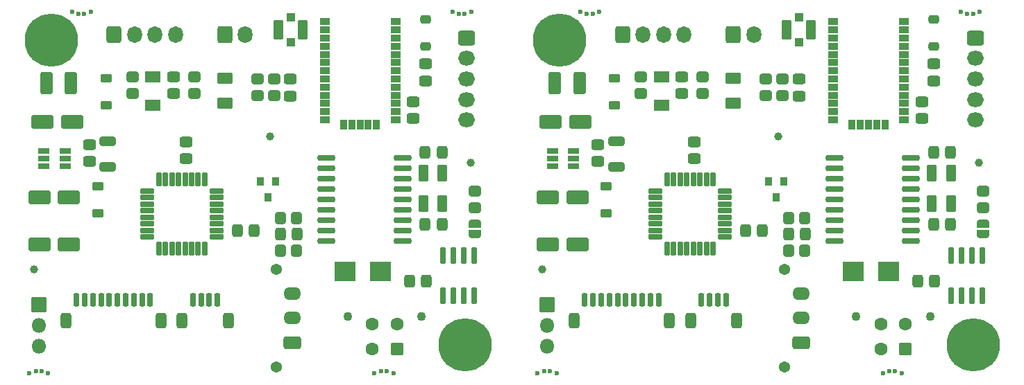
<source format=gbr>
%TF.GenerationSoftware,KiCad,Pcbnew,7.0.5-0*%
%TF.CreationDate,2023-06-16T19:55:47+02:00*%
%TF.ProjectId,SmartDisplay,536d6172-7444-4697-9370-6c61792e6b69,rev?*%
%TF.SameCoordinates,Original*%
%TF.FileFunction,Soldermask,Top*%
%TF.FilePolarity,Negative*%
%FSLAX46Y46*%
G04 Gerber Fmt 4.6, Leading zero omitted, Abs format (unit mm)*
G04 Created by KiCad (PCBNEW 7.0.5-0) date 2023-06-16 19:55:47*
%MOMM*%
%LPD*%
G01*
G04 APERTURE LIST*
G04 Aperture macros list*
%AMRoundRect*
0 Rectangle with rounded corners*
0 $1 Rounding radius*
0 $2 $3 $4 $5 $6 $7 $8 $9 X,Y pos of 4 corners*
0 Add a 4 corners polygon primitive as box body*
4,1,4,$2,$3,$4,$5,$6,$7,$8,$9,$2,$3,0*
0 Add four circle primitives for the rounded corners*
1,1,$1+$1,$2,$3*
1,1,$1+$1,$4,$5*
1,1,$1+$1,$6,$7*
1,1,$1+$1,$8,$9*
0 Add four rect primitives between the rounded corners*
20,1,$1+$1,$2,$3,$4,$5,0*
20,1,$1+$1,$4,$5,$6,$7,0*
20,1,$1+$1,$6,$7,$8,$9,0*
20,1,$1+$1,$8,$9,$2,$3,0*%
%AMFreePoly0*
4,1,35,0.012286,0.794911,0.071157,0.794911,0.085244,0.792886,0.221795,0.752791,0.234740,0.746879,0.354462,0.669938,0.365217,0.660618,0.458414,0.553063,0.466109,0.541091,0.525228,0.411637,0.529237,0.397982,0.549491,0.257116,0.550000,0.250000,0.550000,-0.250000,0.549491,-0.257116,0.529237,-0.397982,0.525228,-0.411637,0.466109,-0.541091,0.458414,-0.553063,0.365217,-0.660618,
0.354462,-0.669938,0.234740,-0.746879,0.221795,-0.752791,0.085244,-0.792886,0.071157,-0.794911,0.012286,-0.794911,0.000000,-0.800000,-0.500000,-0.800000,-0.535355,-0.785355,-0.550000,-0.750000,-0.550000,0.750000,-0.535355,0.785355,-0.500000,0.800000,0.000000,0.800000,0.012286,0.794911,0.012286,0.794911,$1*%
%AMFreePoly1*
4,1,35,0.535355,0.785355,0.550000,0.750000,0.550000,-0.750000,0.535355,-0.785355,0.500000,-0.800000,0.000000,-0.800000,-0.012286,-0.794911,-0.071157,-0.794911,-0.085244,-0.792886,-0.221795,-0.752791,-0.234740,-0.746879,-0.354462,-0.669938,-0.365217,-0.660618,-0.458414,-0.553063,-0.466109,-0.541091,-0.525228,-0.411637,-0.529237,-0.397982,-0.549491,-0.257116,-0.550000,-0.250000,-0.550000,0.250000,
-0.549491,0.257116,-0.529237,0.397982,-0.525228,0.411637,-0.466109,0.541091,-0.458414,0.553063,-0.365217,0.660618,-0.354462,0.669938,-0.234740,0.746879,-0.221795,0.752791,-0.085244,0.792886,-0.071157,0.794911,-0.012286,0.794911,0.000000,0.800000,0.500000,0.800000,0.535355,0.785355,0.535355,0.785355,$1*%
G04 Aperture macros list end*
%ADD10C,0.600000*%
%ADD11C,0.900000*%
%ADD12C,6.500000*%
%ADD13RoundRect,0.050000X0.355600X-0.571500X0.355600X0.571500X-0.355600X0.571500X-0.355600X-0.571500X0*%
%ADD14RoundRect,0.050000X-0.571500X-0.355600X0.571500X-0.355600X0.571500X0.355600X-0.571500X0.355600X0*%
%ADD15RoundRect,0.300000X-0.337500X-0.475000X0.337500X-0.475000X0.337500X0.475000X-0.337500X0.475000X0*%
%ADD16RoundRect,0.299999X0.450001X-0.350001X0.450001X0.350001X-0.450001X0.350001X-0.450001X-0.350001X0*%
%ADD17RoundRect,0.300000X0.350000X0.650000X-0.350000X0.650000X-0.350000X-0.650000X0.350000X-0.650000X0*%
%ADD18RoundRect,0.200000X0.150000X0.625000X-0.150000X0.625000X-0.150000X-0.625000X0.150000X-0.625000X0*%
%ADD19C,1.000000*%
%ADD20RoundRect,0.300000X0.475000X-0.337500X0.475000X0.337500X-0.475000X0.337500X-0.475000X-0.337500X0*%
%ADD21RoundRect,0.050000X-0.400000X0.450000X-0.400000X-0.450000X0.400000X-0.450000X0.400000X0.450000X0*%
%ADD22RoundRect,0.050000X-0.600000X0.450000X-0.600000X-0.450000X0.600000X-0.450000X0.600000X0.450000X0*%
%ADD23RoundRect,0.300000X-0.462500X-1.075000X0.462500X-1.075000X0.462500X1.075000X-0.462500X1.075000X0*%
%ADD24RoundRect,0.299999X-0.350001X-0.450001X0.350001X-0.450001X0.350001X0.450001X-0.350001X0.450001X0*%
%ADD25RoundRect,0.050000X-0.525000X-1.100000X0.525000X-1.100000X0.525000X1.100000X-0.525000X1.100000X0*%
%ADD26RoundRect,0.050000X-0.500000X-0.500000X0.500000X-0.500000X0.500000X0.500000X-0.500000X0.500000X0*%
%ADD27O,2.050000X1.800000*%
%ADD28RoundRect,0.300000X-0.725000X0.600000X-0.725000X-0.600000X0.725000X-0.600000X0.725000X0.600000X0*%
%ADD29RoundRect,0.299999X-0.450001X0.350001X-0.450001X-0.350001X0.450001X-0.350001X0.450001X0.350001X0*%
%ADD30RoundRect,0.300000X0.700000X-0.275000X0.700000X0.275000X-0.700000X0.275000X-0.700000X-0.275000X0*%
%ADD31RoundRect,0.300000X-1.050000X-0.550000X1.050000X-0.550000X1.050000X0.550000X-1.050000X0.550000X0*%
%ADD32O,1.800000X2.050000*%
%ADD33RoundRect,0.300000X-0.600000X-0.725000X0.600000X-0.725000X0.600000X0.725000X-0.600000X0.725000X0*%
%ADD34FreePoly0,270.000000*%
%ADD35FreePoly1,270.000000*%
%ADD36RoundRect,0.050000X0.600000X-0.450000X0.600000X0.450000X-0.600000X0.450000X-0.600000X-0.450000X0*%
%ADD37C,1.600000*%
%ADD38RoundRect,0.300000X0.500000X0.500000X-0.500000X0.500000X-0.500000X-0.500000X0.500000X-0.500000X0*%
%ADD39C,1.100000*%
%ADD40O,1.800000X1.800000*%
%ADD41RoundRect,0.050000X-0.850000X-0.850000X0.850000X-0.850000X0.850000X0.850000X-0.850000X0.850000X0*%
%ADD42RoundRect,0.275000X-0.375000X0.225000X-0.375000X-0.225000X0.375000X-0.225000X0.375000X0.225000X0*%
%ADD43RoundRect,0.299997X0.650003X-0.412503X0.650003X0.412503X-0.650003X0.412503X-0.650003X-0.412503X0*%
%ADD44O,2.120000X1.600000*%
%ADD45RoundRect,0.300000X0.760000X-0.500000X0.760000X0.500000X-0.760000X0.500000X-0.760000X-0.500000X0*%
%ADD46C,1.370000*%
%ADD47RoundRect,0.050000X-0.610000X-0.325000X0.610000X-0.325000X0.610000X0.325000X-0.610000X0.325000X0*%
%ADD48RoundRect,0.200000X0.875000X0.150000X-0.875000X0.150000X-0.875000X-0.150000X0.875000X-0.150000X0*%
%ADD49O,1.800000X2.100000*%
%ADD50RoundRect,0.300000X-0.600000X-0.750000X0.600000X-0.750000X0.600000X0.750000X-0.600000X0.750000X0*%
%ADD51RoundRect,0.050000X0.850000X-0.650000X0.850000X0.650000X-0.850000X0.650000X-0.850000X-0.650000X0*%
%ADD52RoundRect,0.050000X1.250000X1.150000X-1.250000X1.150000X-1.250000X-1.150000X1.250000X-1.150000X0*%
%ADD53RoundRect,0.200000X-0.150000X0.825000X-0.150000X-0.825000X0.150000X-0.825000X0.150000X0.825000X0*%
%ADD54RoundRect,0.050000X0.275000X-0.800000X0.275000X0.800000X-0.275000X0.800000X-0.275000X-0.800000X0*%
%ADD55RoundRect,0.050000X-0.800000X-0.275000X0.800000X-0.275000X0.800000X0.275000X-0.800000X0.275000X0*%
%ADD56RoundRect,0.050000X-0.550000X0.950000X-0.550000X-0.950000X0.550000X-0.950000X0.550000X0.950000X0*%
%ADD57RoundRect,0.300000X0.337500X0.475000X-0.337500X0.475000X-0.337500X-0.475000X0.337500X-0.475000X0*%
G04 APERTURE END LIST*
D10*
%TO.C,mouse-bite-1mm-slot*%
X135240000Y-80360000D03*
X134440000Y-80110000D03*
X133740000Y-80110000D03*
X132940000Y-80360000D03*
%TD*%
%TO.C,mouse-bite-1mm-slot*%
X138140000Y-36160000D03*
X138940000Y-36410000D03*
X139640000Y-36410000D03*
X140440000Y-36160000D03*
%TD*%
%TO.C,mouse-bite-1mm-slot*%
X177340000Y-80360000D03*
X176540000Y-80110000D03*
X175840000Y-80110000D03*
X175040000Y-80360000D03*
%TD*%
%TO.C,mouse-bite-1mm-slot*%
X184540000Y-36150000D03*
X185340000Y-36400000D03*
X186040000Y-36400000D03*
X186840000Y-36150000D03*
%TD*%
D11*
%TO.C,H1*%
X138000000Y-39589000D03*
X137297056Y-41286056D03*
X137297056Y-37891944D03*
X135600000Y-41989000D03*
D12*
X135600000Y-39589000D03*
D11*
X135600000Y-37189000D03*
X133902944Y-41286056D03*
X133902944Y-37891944D03*
X133200000Y-39589000D03*
%TD*%
D13*
%TO.C,U5*%
X175290001Y-49960002D03*
X174290001Y-49960002D03*
X173290000Y-49960002D03*
X172289999Y-49960002D03*
X171289999Y-49960002D03*
D14*
X168965000Y-49360001D03*
X168965000Y-48360000D03*
X168965000Y-47360000D03*
X168965000Y-46359999D03*
X168965000Y-45360001D03*
X168965000Y-44360001D03*
X168965000Y-43360000D03*
X168965000Y-42359999D03*
X168965000Y-41359999D03*
X168965000Y-40360001D03*
X168965000Y-39360000D03*
X168965000Y-38360000D03*
X168965000Y-37359999D03*
X177615000Y-37359999D03*
X177615000Y-38360000D03*
X177615000Y-39360000D03*
X177615000Y-40360001D03*
X177615000Y-41359999D03*
X177615000Y-42359999D03*
X177615000Y-43360000D03*
X177615000Y-44360001D03*
X177615000Y-45360001D03*
X177615000Y-46359999D03*
X177615000Y-47360000D03*
X177615000Y-48360000D03*
X177615000Y-49360001D03*
%TD*%
D15*
%TO.C,C7*%
X183290000Y-53360000D03*
X181215000Y-53360000D03*
%TD*%
D16*
%TO.C,R2*%
X187290000Y-58110000D03*
X187290000Y-60110000D03*
%TD*%
D17*
%TO.C,J3*%
X151600000Y-73920000D03*
X157200000Y-73920000D03*
D18*
X152900000Y-71395000D03*
X153900000Y-71395000D03*
X154900000Y-71395000D03*
X155900000Y-71395000D03*
%TD*%
D19*
%TO.C,FID2*%
X133540000Y-67610000D03*
%TD*%
D20*
%TO.C,C12*%
X181290000Y-42535000D03*
X181290000Y-44610000D03*
%TD*%
D21*
%TO.C,D3*%
X162040000Y-58860000D03*
X161090000Y-56860000D03*
X162990000Y-56860000D03*
%TD*%
D19*
%TO.C,FID1*%
X162290000Y-51360000D03*
%TD*%
%TO.C,FID3*%
X186790000Y-54610000D03*
%TD*%
D15*
%TO.C,C5*%
X181365000Y-69110000D03*
X179290000Y-69110000D03*
%TD*%
D22*
%TO.C,D5*%
X141290000Y-60760000D03*
X141290000Y-57460000D03*
%TD*%
D23*
%TO.C,F1*%
X138040000Y-44860000D03*
X135065000Y-44860000D03*
%TD*%
D24*
%TO.C,R3*%
X165540000Y-61360000D03*
X163540000Y-61360000D03*
%TD*%
%TO.C,R8*%
X165540000Y-65360000D03*
X163540000Y-65360000D03*
%TD*%
D20*
%TO.C,C15*%
X179790000Y-47110000D03*
X179790000Y-49185000D03*
%TD*%
D25*
%TO.C,X1*%
X166290000Y-38360000D03*
D26*
X164815000Y-36860000D03*
D25*
X163340000Y-38360000D03*
D26*
X164815000Y-39860000D03*
%TD*%
D27*
%TO.C,J6*%
X186290000Y-49360000D03*
X186290000Y-46860000D03*
X186290000Y-44360000D03*
X186290000Y-41860000D03*
D28*
X186290000Y-39360000D03*
%TD*%
D29*
%TO.C,R4*%
X162790000Y-46360000D03*
X162790000Y-44360000D03*
%TD*%
D30*
%TO.C,L1*%
X142540000Y-51972500D03*
X142540000Y-55122500D03*
%TD*%
D20*
%TO.C,C10*%
X150540000Y-44097500D03*
X150540000Y-46172500D03*
%TD*%
D15*
%TO.C,C1*%
X165615000Y-63360000D03*
X163540000Y-63360000D03*
%TD*%
D31*
%TO.C,C3*%
X138140000Y-49610000D03*
X134540000Y-49610000D03*
%TD*%
D32*
%TO.C,J4*%
X150790000Y-38954000D03*
X148290000Y-38954000D03*
X145790000Y-38954000D03*
D33*
X143290000Y-38954000D03*
%TD*%
D15*
%TO.C,C2*%
X160365000Y-62860000D03*
X158290000Y-62860000D03*
%TD*%
D20*
%TO.C,C4*%
X140290000Y-52360000D03*
X140290000Y-54435000D03*
%TD*%
%TO.C,C6*%
X152040000Y-52035000D03*
X152040000Y-54110000D03*
%TD*%
D31*
%TO.C,C14*%
X137790000Y-64610000D03*
X134190000Y-64610000D03*
%TD*%
D29*
%TO.C,R5*%
X160790000Y-46360000D03*
X160790000Y-44360000D03*
%TD*%
D34*
%TO.C,JP2*%
X187290000Y-63360000D03*
D35*
X187290000Y-62060000D03*
%TD*%
D17*
%TO.C,J9*%
X137400000Y-73920000D03*
X149000000Y-73920000D03*
D18*
X138700000Y-71395000D03*
X139700000Y-71395000D03*
X140700000Y-71395000D03*
X141700000Y-71395000D03*
X142700000Y-71395000D03*
X143700000Y-71395000D03*
X144700000Y-71395000D03*
X145700000Y-71395000D03*
X146700000Y-71395000D03*
X147700000Y-71395000D03*
%TD*%
D36*
%TO.C,D6*%
X142290000Y-44310000D03*
X142290000Y-47610000D03*
%TD*%
D20*
%TO.C,C9*%
X164790000Y-44360000D03*
X164790000Y-46435000D03*
%TD*%
D37*
%TO.C,J1*%
X174790000Y-74360000D03*
X177790000Y-74360000D03*
X174790000Y-77360000D03*
D38*
X177790000Y-77360000D03*
D39*
X171790000Y-73420000D03*
X180790000Y-73420000D03*
%TD*%
D40*
%TO.C,J5*%
X134100000Y-77020000D03*
X134100000Y-74480000D03*
D41*
X134100000Y-71940000D03*
%TD*%
D42*
%TO.C,D1*%
X181290000Y-40410000D03*
X181290000Y-37110000D03*
%TD*%
D16*
%TO.C,R7*%
X153040000Y-44110000D03*
X153040000Y-46110000D03*
%TD*%
D11*
%TO.C,H2*%
X188465056Y-76846056D03*
X187762112Y-78543112D03*
X187762112Y-75149000D03*
X186065056Y-79246056D03*
D12*
X186065056Y-76846056D03*
D11*
X186065056Y-74446056D03*
X184368000Y-78543112D03*
X184368000Y-75149000D03*
X183665056Y-76846056D03*
%TD*%
D43*
%TO.C,C11*%
X156790000Y-44235000D03*
X156790000Y-47360000D03*
%TD*%
D44*
%TO.C,J8*%
X165040000Y-70610000D03*
X165040000Y-73610000D03*
D45*
X165040000Y-76610000D03*
D46*
X163080000Y-67610000D03*
X163080000Y-79610000D03*
%TD*%
D47*
%TO.C,U4*%
X137350000Y-53160000D03*
X137350000Y-54110000D03*
X137350000Y-55060000D03*
X134730000Y-55060000D03*
X134730000Y-54110000D03*
X134730000Y-53160000D03*
%TD*%
D16*
%TO.C,R6*%
X145540000Y-44110000D03*
X145540000Y-46110000D03*
%TD*%
D48*
%TO.C,U3*%
X169140000Y-64170000D03*
X169140000Y-62900000D03*
X169140000Y-61630000D03*
X169140000Y-60360000D03*
X169140000Y-59090000D03*
X169140000Y-57820000D03*
X169140000Y-56550000D03*
X169140000Y-55280000D03*
X169140000Y-54010000D03*
X178440000Y-54010000D03*
X178440000Y-55280000D03*
X178440000Y-56550000D03*
X178440000Y-57820000D03*
X178440000Y-59090000D03*
X178440000Y-60360000D03*
X178440000Y-61630000D03*
X178440000Y-62900000D03*
X178440000Y-64170000D03*
%TD*%
D49*
%TO.C,J2*%
X159290000Y-38954000D03*
D50*
X156790000Y-38954000D03*
%TD*%
D51*
%TO.C,D4*%
X148040000Y-44110000D03*
X148040000Y-47610000D03*
%TD*%
D52*
%TO.C,D2*%
X171432000Y-67910000D03*
X175732000Y-67910000D03*
%TD*%
D53*
%TO.C,U2*%
X187162000Y-70860000D03*
X185892000Y-70860000D03*
X184622000Y-70860000D03*
X183352000Y-70860000D03*
X183352000Y-65910000D03*
X184622000Y-65910000D03*
X185892000Y-65910000D03*
X187162000Y-65910000D03*
%TD*%
D31*
%TO.C,C13*%
X137790000Y-58860000D03*
X134190000Y-58860000D03*
%TD*%
D54*
%TO.C,U1*%
X148740000Y-56610000D03*
X149540000Y-56610000D03*
X150340000Y-56610000D03*
X151140000Y-56610000D03*
X151940000Y-56610000D03*
X152740000Y-56610000D03*
X153540000Y-56610000D03*
X154340000Y-56610000D03*
D55*
X155790000Y-58060000D03*
X155790000Y-58860000D03*
X155790000Y-59660000D03*
X155790000Y-60460000D03*
X155790000Y-61260000D03*
X155790000Y-62060000D03*
X155790000Y-62860000D03*
X155790000Y-63660000D03*
D54*
X154340000Y-65110000D03*
X153540000Y-65110000D03*
X152740000Y-65110000D03*
X151940000Y-65110000D03*
X151140000Y-65110000D03*
X150340000Y-65110000D03*
X149540000Y-65110000D03*
X148740000Y-65110000D03*
D55*
X147290000Y-63660000D03*
X147290000Y-62860000D03*
X147290000Y-62060000D03*
X147290000Y-61260000D03*
X147290000Y-60460000D03*
X147290000Y-59660000D03*
X147290000Y-58860000D03*
X147290000Y-58060000D03*
%TD*%
D56*
%TO.C,Y2*%
X183340000Y-55910000D03*
X183340000Y-59610000D03*
X181040000Y-59610000D03*
X181040000Y-55910000D03*
%TD*%
D57*
%TO.C,C8*%
X181215000Y-62110000D03*
X183290000Y-62110000D03*
%TD*%
D10*
%TO.C,mouse-bite-1mm-slot*%
X73240000Y-80360000D03*
X72440000Y-80110000D03*
X71740000Y-80110000D03*
X70940000Y-80360000D03*
%TD*%
%TO.C,mouse-bite-1mm-slot*%
X115340000Y-80360000D03*
X114540000Y-80110000D03*
X113840000Y-80110000D03*
X113040000Y-80360000D03*
%TD*%
%TO.C,mouse-bite-1mm-slot*%
X122540000Y-36150000D03*
X123340000Y-36400000D03*
X124040000Y-36400000D03*
X124840000Y-36150000D03*
%TD*%
%TO.C,mouse-bite-1mm-slot*%
X76140000Y-36160000D03*
X76940000Y-36410000D03*
X77640000Y-36410000D03*
X78440000Y-36160000D03*
%TD*%
D20*
%TO.C,C12*%
X119290000Y-42535000D03*
X119290000Y-44610000D03*
%TD*%
D24*
%TO.C,R8*%
X103540000Y-65360000D03*
X101540000Y-65360000D03*
%TD*%
D11*
%TO.C,H1*%
X76000000Y-39589000D03*
X75297056Y-41286056D03*
X75297056Y-37891944D03*
X73600000Y-41989000D03*
D12*
X73600000Y-39589000D03*
D11*
X73600000Y-37189000D03*
X71902944Y-41286056D03*
X71902944Y-37891944D03*
X71200000Y-39589000D03*
%TD*%
D24*
%TO.C,R3*%
X103540000Y-61360000D03*
X101540000Y-61360000D03*
%TD*%
D20*
%TO.C,C10*%
X88540000Y-44097500D03*
X88540000Y-46172500D03*
%TD*%
%TO.C,C6*%
X90040000Y-52035000D03*
X90040000Y-54110000D03*
%TD*%
D29*
%TO.C,R5*%
X98790000Y-46360000D03*
X98790000Y-44360000D03*
%TD*%
D16*
%TO.C,R6*%
X83540000Y-44110000D03*
X83540000Y-46110000D03*
%TD*%
D51*
%TO.C,D4*%
X86040000Y-44110000D03*
X86040000Y-47610000D03*
%TD*%
D52*
%TO.C,D2*%
X109432000Y-67910000D03*
X113732000Y-67910000D03*
%TD*%
D56*
%TO.C,Y2*%
X121340000Y-55910000D03*
X121340000Y-59610000D03*
X119040000Y-59610000D03*
X119040000Y-55910000D03*
%TD*%
D57*
%TO.C,C8*%
X119215000Y-62110000D03*
X121290000Y-62110000D03*
%TD*%
D34*
%TO.C,JP2*%
X125290000Y-63360000D03*
D35*
X125290000Y-62060000D03*
%TD*%
D15*
%TO.C,C5*%
X119365000Y-69110000D03*
X117290000Y-69110000D03*
%TD*%
D53*
%TO.C,U2*%
X125162000Y-70860000D03*
X123892000Y-70860000D03*
X122622000Y-70860000D03*
X121352000Y-70860000D03*
X121352000Y-65910000D03*
X122622000Y-65910000D03*
X123892000Y-65910000D03*
X125162000Y-65910000D03*
%TD*%
D11*
%TO.C,H2*%
X126465056Y-76846056D03*
X125762112Y-78543112D03*
X125762112Y-75149000D03*
X124065056Y-79246056D03*
D12*
X124065056Y-76846056D03*
D11*
X124065056Y-74446056D03*
X122368000Y-78543112D03*
X122368000Y-75149000D03*
X121665056Y-76846056D03*
%TD*%
D16*
%TO.C,R2*%
X125290000Y-58110000D03*
X125290000Y-60110000D03*
%TD*%
D15*
%TO.C,C1*%
X103615000Y-63360000D03*
X101540000Y-63360000D03*
%TD*%
D49*
%TO.C,J2*%
X97290000Y-38954000D03*
D50*
X94790000Y-38954000D03*
%TD*%
D54*
%TO.C,U1*%
X86740000Y-56610000D03*
X87540000Y-56610000D03*
X88340000Y-56610000D03*
X89140000Y-56610000D03*
X89940000Y-56610000D03*
X90740000Y-56610000D03*
X91540000Y-56610000D03*
X92340000Y-56610000D03*
D55*
X93790000Y-58060000D03*
X93790000Y-58860000D03*
X93790000Y-59660000D03*
X93790000Y-60460000D03*
X93790000Y-61260000D03*
X93790000Y-62060000D03*
X93790000Y-62860000D03*
X93790000Y-63660000D03*
D54*
X92340000Y-65110000D03*
X91540000Y-65110000D03*
X90740000Y-65110000D03*
X89940000Y-65110000D03*
X89140000Y-65110000D03*
X88340000Y-65110000D03*
X87540000Y-65110000D03*
X86740000Y-65110000D03*
D55*
X85290000Y-63660000D03*
X85290000Y-62860000D03*
X85290000Y-62060000D03*
X85290000Y-61260000D03*
X85290000Y-60460000D03*
X85290000Y-59660000D03*
X85290000Y-58860000D03*
X85290000Y-58060000D03*
%TD*%
D15*
%TO.C,C2*%
X98365000Y-62860000D03*
X96290000Y-62860000D03*
%TD*%
D48*
%TO.C,U3*%
X107140000Y-64170000D03*
X107140000Y-62900000D03*
X107140000Y-61630000D03*
X107140000Y-60360000D03*
X107140000Y-59090000D03*
X107140000Y-57820000D03*
X107140000Y-56550000D03*
X107140000Y-55280000D03*
X107140000Y-54010000D03*
X116440000Y-54010000D03*
X116440000Y-55280000D03*
X116440000Y-56550000D03*
X116440000Y-57820000D03*
X116440000Y-59090000D03*
X116440000Y-60360000D03*
X116440000Y-61630000D03*
X116440000Y-62900000D03*
X116440000Y-64170000D03*
%TD*%
D16*
%TO.C,R7*%
X91040000Y-44110000D03*
X91040000Y-46110000D03*
%TD*%
D23*
%TO.C,F1*%
X76040000Y-44860000D03*
X73065000Y-44860000D03*
%TD*%
D29*
%TO.C,R4*%
X100790000Y-46360000D03*
X100790000Y-44360000D03*
%TD*%
D19*
%TO.C,FID2*%
X71540000Y-67610000D03*
%TD*%
%TO.C,FID3*%
X124790000Y-54610000D03*
%TD*%
D31*
%TO.C,C3*%
X76140000Y-49610000D03*
X72540000Y-49610000D03*
%TD*%
D20*
%TO.C,C4*%
X78290000Y-52360000D03*
X78290000Y-54435000D03*
%TD*%
D31*
%TO.C,C13*%
X75790000Y-58860000D03*
X72190000Y-58860000D03*
%TD*%
%TO.C,C14*%
X75790000Y-64610000D03*
X72190000Y-64610000D03*
%TD*%
D27*
%TO.C,J6*%
X124290000Y-49360000D03*
X124290000Y-46860000D03*
X124290000Y-44360000D03*
X124290000Y-41860000D03*
D28*
X124290000Y-39360000D03*
%TD*%
D30*
%TO.C,L1*%
X80540000Y-51972500D03*
X80540000Y-55122500D03*
%TD*%
D37*
%TO.C,J1*%
X112790000Y-74360000D03*
X115790000Y-74360000D03*
X112790000Y-77360000D03*
D38*
X115790000Y-77360000D03*
D39*
X109790000Y-73420000D03*
X118790000Y-73420000D03*
%TD*%
D44*
%TO.C,J8*%
X103040000Y-70610000D03*
X103040000Y-73610000D03*
D45*
X103040000Y-76610000D03*
D46*
X101080000Y-67610000D03*
X101080000Y-79610000D03*
%TD*%
D15*
%TO.C,C7*%
X121290000Y-53360000D03*
X119215000Y-53360000D03*
%TD*%
D32*
%TO.C,J4*%
X88790000Y-38954000D03*
X86290000Y-38954000D03*
X83790000Y-38954000D03*
D33*
X81290000Y-38954000D03*
%TD*%
D43*
%TO.C,C11*%
X94790000Y-44235000D03*
X94790000Y-47360000D03*
%TD*%
D13*
%TO.C,U5*%
X113290001Y-49960002D03*
X112290001Y-49960002D03*
X111290000Y-49960002D03*
X110289999Y-49960002D03*
X109289999Y-49960002D03*
D14*
X106965000Y-49360001D03*
X106965000Y-48360000D03*
X106965000Y-47360000D03*
X106965000Y-46359999D03*
X106965000Y-45360001D03*
X106965000Y-44360001D03*
X106965000Y-43360000D03*
X106965000Y-42359999D03*
X106965000Y-41359999D03*
X106965000Y-40360001D03*
X106965000Y-39360000D03*
X106965000Y-38360000D03*
X106965000Y-37359999D03*
X115615000Y-37359999D03*
X115615000Y-38360000D03*
X115615000Y-39360000D03*
X115615000Y-40360001D03*
X115615000Y-41359999D03*
X115615000Y-42359999D03*
X115615000Y-43360000D03*
X115615000Y-44360001D03*
X115615000Y-45360001D03*
X115615000Y-46359999D03*
X115615000Y-47360000D03*
X115615000Y-48360000D03*
X115615000Y-49360001D03*
%TD*%
D20*
%TO.C,C9*%
X102790000Y-44360000D03*
X102790000Y-46435000D03*
%TD*%
D47*
%TO.C,U4*%
X75350000Y-53160000D03*
X75350000Y-54110000D03*
X75350000Y-55060000D03*
X72730000Y-55060000D03*
X72730000Y-54110000D03*
X72730000Y-53160000D03*
%TD*%
D20*
%TO.C,C15*%
X117790000Y-47110000D03*
X117790000Y-49185000D03*
%TD*%
D25*
%TO.C,X1*%
X104290000Y-38360000D03*
D26*
X102815000Y-36860000D03*
D25*
X101340000Y-38360000D03*
D26*
X102815000Y-39860000D03*
%TD*%
D19*
%TO.C,FID1*%
X100290000Y-51360000D03*
%TD*%
D21*
%TO.C,D3*%
X100040000Y-58860000D03*
X99090000Y-56860000D03*
X100990000Y-56860000D03*
%TD*%
D22*
%TO.C,D5*%
X79290000Y-60760000D03*
X79290000Y-57460000D03*
%TD*%
D36*
%TO.C,D6*%
X80290000Y-44310000D03*
X80290000Y-47610000D03*
%TD*%
D17*
%TO.C,J9*%
X75400000Y-73920000D03*
X87000000Y-73920000D03*
D18*
X76700000Y-71395000D03*
X77700000Y-71395000D03*
X78700000Y-71395000D03*
X79700000Y-71395000D03*
X80700000Y-71395000D03*
X81700000Y-71395000D03*
X82700000Y-71395000D03*
X83700000Y-71395000D03*
X84700000Y-71395000D03*
X85700000Y-71395000D03*
%TD*%
D17*
%TO.C,J3*%
X89600000Y-73920000D03*
X95200000Y-73920000D03*
D18*
X90900000Y-71395000D03*
X91900000Y-71395000D03*
X92900000Y-71395000D03*
X93900000Y-71395000D03*
%TD*%
D42*
%TO.C,D1*%
X119290000Y-40410000D03*
X119290000Y-37110000D03*
%TD*%
D40*
%TO.C,J5*%
X72100000Y-77020000D03*
X72100000Y-74480000D03*
D41*
X72100000Y-71940000D03*
%TD*%
M02*

</source>
